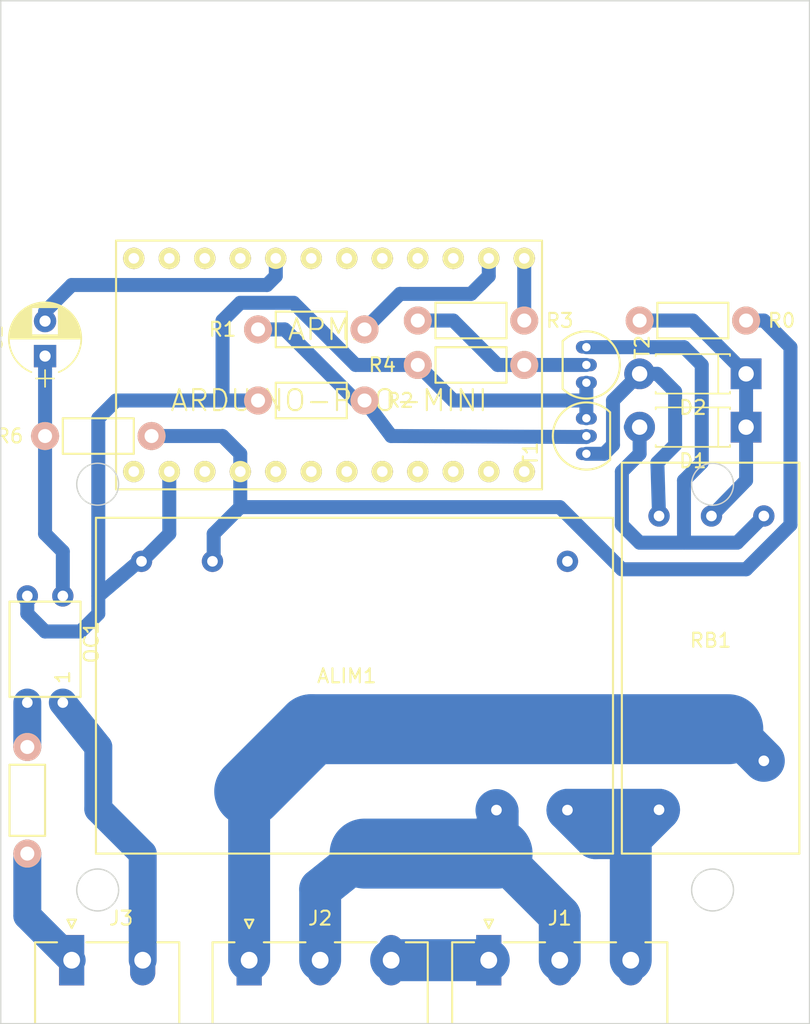
<source format=kicad_pcb>
(kicad_pcb (version 4) (host pcbnew 4.0.6)

  (general
    (links 34)
    (no_connects 0)
    (area 78.689999 107.264999 136.670001 180.485001)
    (thickness 1.6)
    (drawings 8)
    (tracks 119)
    (zones 0)
    (modules 19)
    (nets 39)
  )

  (page A4 portrait)
  (layers
    (0 F.Cu signal hide)
    (31 B.Cu signal)
    (32 B.Adhes user hide)
    (33 F.Adhes user hide)
    (34 B.Paste user hide)
    (35 F.Paste user hide)
    (36 B.SilkS user hide)
    (37 F.SilkS user)
    (38 B.Mask user hide)
    (39 F.Mask user hide)
    (40 Dwgs.User user hide)
    (41 Cmts.User user hide)
    (42 Eco1.User user hide)
    (43 Eco2.User user hide)
    (44 Edge.Cuts user)
    (45 Margin user hide)
    (46 B.CrtYd user hide)
    (47 F.CrtYd user hide)
    (48 B.Fab user hide)
    (49 F.Fab user hide)
  )

  (setup
    (last_trace_width 0.25)
    (user_trace_width 0.5)
    (user_trace_width 1)
    (user_trace_width 2)
    (user_trace_width 3)
    (user_trace_width 5)
    (trace_clearance 0.2)
    (zone_clearance 0.508)
    (zone_45_only no)
    (trace_min 0.2)
    (segment_width 0.2)
    (edge_width 0.1)
    (via_size 0.6)
    (via_drill 0.4)
    (via_min_size 0.4)
    (via_min_drill 0.3)
    (uvia_size 0.3)
    (uvia_drill 0.1)
    (uvias_allowed no)
    (uvia_min_size 0.2)
    (uvia_min_drill 0.1)
    (pcb_text_width 0.3)
    (pcb_text_size 1.5 1.5)
    (mod_edge_width 0.15)
    (mod_text_size 1 1)
    (mod_text_width 0.15)
    (pad_size 1.5 1.5)
    (pad_drill 0.6)
    (pad_to_mask_clearance 0)
    (aux_axis_origin 0 0)
    (visible_elements FFFFFF7F)
    (pcbplotparams
      (layerselection 0x00030_80000001)
      (usegerberextensions false)
      (excludeedgelayer true)
      (linewidth 0.100000)
      (plotframeref false)
      (viasonmask false)
      (mode 1)
      (useauxorigin false)
      (hpglpennumber 1)
      (hpglpenspeed 20)
      (hpglpendiameter 15)
      (hpglpenoverlay 2)
      (psnegative false)
      (psa4output false)
      (plotreference true)
      (plotvalue true)
      (plotinvisibletext false)
      (padsonsilk false)
      (subtractmaskfromsilk false)
      (outputformat 1)
      (mirror false)
      (drillshape 1)
      (scaleselection 1)
      (outputdirectory ""))
  )

  (net 0 "")
  (net 1 "Net-(ALIM1-Pad3)")
  (net 2 AC)
  (net 3 +3V3)
  (net 4 GND)
  (net 5 "Net-(ALIM1-Pad13)")
  (net 6 "Net-(APM1-Pad24)")
  (net 7 "Net-(APM1-Pad22)")
  (net 8 "Net-(APM1-Pad20)")
  (net 9 "Net-(APM1-Pad19)")
  (net 10 "Net-(APM1-Pad18)")
  (net 11 "Net-(APM1-Pad17)")
  (net 12 "Net-(APM1-Pad16)")
  (net 13 "Net-(APM1-Pad15)")
  (net 14 "Net-(APM1-Pad14)")
  (net 15 "Net-(APM1-Pad13)")
  (net 16 "Net-(APM1-Pad1)")
  (net 17 "Net-(APM1-Pad2)")
  (net 18 "Net-(APM1-Pad3)")
  (net 19 "Net-(APM1-Pad4)")
  (net 20 "Net-(APM1-Pad5)")
  (net 21 "Net-(APM1-Pad6)")
  (net 22 "Net-(APM1-Pad7)")
  (net 23 "Net-(APM1-Pad8)")
  (net 24 "Net-(APM1-Pad9)")
  (net 25 "Net-(APM1-Pad10)")
  (net 26 "Net-(APM1-Pad11)")
  (net 27 "Net-(APM1-Pad12)")
  (net 28 "Net-(C1-Pad1)")
  (net 29 "Net-(D1-Pad2)")
  (net 30 "Net-(D2-Pad2)")
  (net 31 Earth)
  (net 32 "Net-(J3-Pad1)")
  (net 33 "Net-(J3-Pad2)")
  (net 34 "Net-(R1-Pad1)")
  (net 35 "Net-(R3-Pad2)")
  (net 36 "Net-(D1-Pad1)")
  (net 37 "Net-(J2-Pad1)")
  (net 38 "Net-(OC1-Pad2)")

  (net_class Default "Ceci est la Netclass par défaut"
    (clearance 0.2)
    (trace_width 0.25)
    (via_dia 0.6)
    (via_drill 0.4)
    (uvia_dia 0.3)
    (uvia_drill 0.1)
    (add_net +3V3)
    (add_net AC)
    (add_net Earth)
    (add_net GND)
    (add_net "Net-(ALIM1-Pad13)")
    (add_net "Net-(ALIM1-Pad3)")
    (add_net "Net-(APM1-Pad1)")
    (add_net "Net-(APM1-Pad10)")
    (add_net "Net-(APM1-Pad11)")
    (add_net "Net-(APM1-Pad12)")
    (add_net "Net-(APM1-Pad13)")
    (add_net "Net-(APM1-Pad14)")
    (add_net "Net-(APM1-Pad15)")
    (add_net "Net-(APM1-Pad16)")
    (add_net "Net-(APM1-Pad17)")
    (add_net "Net-(APM1-Pad18)")
    (add_net "Net-(APM1-Pad19)")
    (add_net "Net-(APM1-Pad2)")
    (add_net "Net-(APM1-Pad20)")
    (add_net "Net-(APM1-Pad22)")
    (add_net "Net-(APM1-Pad24)")
    (add_net "Net-(APM1-Pad3)")
    (add_net "Net-(APM1-Pad4)")
    (add_net "Net-(APM1-Pad5)")
    (add_net "Net-(APM1-Pad6)")
    (add_net "Net-(APM1-Pad7)")
    (add_net "Net-(APM1-Pad8)")
    (add_net "Net-(APM1-Pad9)")
    (add_net "Net-(C1-Pad1)")
    (add_net "Net-(D1-Pad1)")
    (add_net "Net-(D1-Pad2)")
    (add_net "Net-(D2-Pad2)")
    (add_net "Net-(J2-Pad1)")
    (add_net "Net-(J3-Pad1)")
    (add_net "Net-(J3-Pad2)")
    (add_net "Net-(OC1-Pad2)")
    (add_net "Net-(R1-Pad1)")
    (add_net "Net-(R3-Pad2)")
  )

  (net_class POWER ""
    (clearance 0.2)
    (trace_width 2)
    (via_dia 0.6)
    (via_drill 0.4)
    (uvia_dia 0.3)
    (uvia_drill 0.1)
  )

  (module TO_SOT_Packages_THT:TO-92_Inline_Narrow_Oval (layer F.Cu) (tedit 54F24281) (tstamp 58F611ED)
    (at 120.65 139.7 90)
    (descr "TO-92 leads in-line, narrow, oval pads, drill 0.6mm (see NXP sot054_po.pdf)")
    (tags "to-92 sc-43 sc-43a sot54 PA33 transistor")
    (path /58F2127C)
    (fp_text reference T1 (at 0 -4 90) (layer F.SilkS)
      (effects (font (size 1 1) (thickness 0.15)))
    )
    (fp_text value BC337 (at 0 3 90) (layer F.Fab)
      (effects (font (size 1 1) (thickness 0.15)))
    )
    (fp_line (start -1.4 1.95) (end -1.4 -2.65) (layer F.CrtYd) (width 0.05))
    (fp_line (start -1.4 1.95) (end 3.95 1.95) (layer F.CrtYd) (width 0.05))
    (fp_line (start -0.43 1.7) (end 2.97 1.7) (layer F.SilkS) (width 0.15))
    (fp_arc (start 1.27 0) (end 1.27 -2.4) (angle -135) (layer F.SilkS) (width 0.15))
    (fp_arc (start 1.27 0) (end 1.27 -2.4) (angle 135) (layer F.SilkS) (width 0.15))
    (fp_line (start -1.4 -2.65) (end 3.95 -2.65) (layer F.CrtYd) (width 0.05))
    (fp_line (start 3.95 1.95) (end 3.95 -2.65) (layer F.CrtYd) (width 0.05))
    (pad 2 thru_hole oval (at 1.27 0 270) (size 0.89916 1.50114) (drill 0.6) (layers *.Cu *.Mask)
      (net 34 "Net-(R1-Pad1)"))
    (pad 3 thru_hole oval (at 2.54 0 270) (size 0.89916 1.50114) (drill 0.6) (layers *.Cu *.Mask)
      (net 4 GND))
    (pad 1 thru_hole oval (at 0 0 270) (size 0.89916 1.50114) (drill 0.6) (layers *.Cu *.Mask)
      (net 30 "Net-(D2-Pad2)"))
    (model TO_SOT_Packages_THT.3dshapes/TO-92_Inline_Narrow_Oval.wrl
      (at (xyz 0.05 0 0))
      (scale (xyz 1 1 1))
      (rotate (xyz 0 0 -90))
    )
  )

  (module empreintes:AC-DC_power_supply_IRM-03 (layer F.Cu) (tedit 58F5DC63) (tstamp 58F6105D)
    (at 122.555 168.275 180)
    (path /58F5DF1E)
    (fp_text reference ALIM1 (at 19.05 12.7 180) (layer F.SilkS)
      (effects (font (size 1 1) (thickness 0.15)))
    )
    (fp_text value ALIM-IRM-03-3.3 (at 17.78 8.89 180) (layer F.Fab)
      (effects (font (size 1 1) (thickness 0.15)))
    )
    (fp_line (start 0 0) (end 37 0) (layer F.SilkS) (width 0.15))
    (fp_line (start 37 0) (end 37 24) (layer F.SilkS) (width 0.15))
    (fp_line (start 37 24) (end 0 24) (layer F.SilkS) (width 0.15))
    (fp_line (start 0 24) (end 0 0) (layer F.SilkS) (width 0.15))
    (pad 3 thru_hole circle (at 8.34 3.11 180) (size 1.524 1.524) (drill 0.762) (layers *.Cu *.Mask)
      (net 1 "Net-(ALIM1-Pad3)"))
    (pad 1 thru_hole circle (at 3.26 3.11 180) (size 1.524 1.524) (drill 0.762) (layers *.Cu *.Mask)
      (net 2 AC))
    (pad 16 thru_hole circle (at 28.66 20.89 180) (size 1.524 1.524) (drill 0.762) (layers *.Cu *.Mask)
      (net 3 +3V3))
    (pad 14 thru_hole circle (at 33.74 20.89 180) (size 1.524 1.524) (drill 0.762) (layers *.Cu *.Mask)
      (net 4 GND))
    (pad 13 thru_hole circle (at 3.26 20.89 180) (size 1.524 1.524) (drill 0.762) (layers *.Cu *.Mask)
      (net 5 "Net-(ALIM1-Pad13)"))
  )

  (module empreintes:Relai_Bistable_Panasonic_ADW1203W (layer F.Cu) (tedit 58F610BB) (tstamp 58F611DF)
    (at 133.35 144.145)
    (path /58F25BD3)
    (fp_text reference RB1 (at -3.81 8.89) (layer F.SilkS)
      (effects (font (size 1 1) (thickness 0.15)))
    )
    (fp_text value RELAI-BISTABLE (at -3.81 11.43) (layer F.Fab)
      (effects (font (size 1 1) (thickness 0.15)))
    )
    (fp_line (start -10.16 -3.81) (end -10.16 24.13) (layer F.SilkS) (width 0.15))
    (fp_line (start -10.16 24.13) (end 2.54 24.13) (layer F.SilkS) (width 0.15))
    (fp_line (start 2.54 24.13) (end 2.54 -3.81) (layer F.SilkS) (width 0.15))
    (fp_line (start 2.54 -3.81) (end -10.16 -3.81) (layer F.SilkS) (width 0.15))
    (pad 3 thru_hole circle (at -7.5 21) (size 1.524 1.524) (drill 0.762) (layers *.Cu *.Mask)
      (net 2 AC))
    (pad 5 thru_hole circle (at 0 17.5) (size 1.524 1.524) (drill 0.762) (layers *.Cu *.Mask)
      (net 37 "Net-(J2-Pad1)"))
    (pad -1 thru_hole circle (at -7.5 0) (size 1.524 1.524) (drill 0.762) (layers *.Cu *.Mask)
      (net 30 "Net-(D2-Pad2)"))
    (pad +7 thru_hole circle (at -3.75 0) (size 1.524 1.524) (drill 0.762) (layers *.Cu *.Mask)
      (net 36 "Net-(D1-Pad1)"))
    (pad -6 thru_hole circle (at 0 0) (size 1.524 1.524) (drill 0.762) (layers *.Cu *.Mask)
      (net 29 "Net-(D1-Pad2)"))
  )

  (module Connectors_Phoenix:PhoenixContact_MC-G_03x5.08mm_Angled (layer F.Cu) (tedit 5797DB14) (tstamp 58F61147)
    (at 113.665 175.895)
    (descr "Generic Phoenix Contact connector footprint for series: MC-G; number of pins: 03; pin pitch: 5.08mm; Angled || order number: 1836192 8A 320V")
    (tags "phoenix_contact connector MC_01x03_G_5.08mm")
    (path /58F27633)
    (fp_text reference J1 (at 5.08 -3) (layer F.SilkS)
      (effects (font (size 1 1) (thickness 0.15)))
    )
    (fp_text value ~ (at 5.08 9.5) (layer F.Fab)
      (effects (font (size 1 1) (thickness 0.15)))
    )
    (fp_line (start -2.62 -1.28) (end -2.62 8.08) (layer F.SilkS) (width 0.15))
    (fp_line (start -2.62 8.08) (end 12.78 8.08) (layer F.SilkS) (width 0.15))
    (fp_line (start 12.78 8.08) (end 12.78 -1.28) (layer F.SilkS) (width 0.15))
    (fp_line (start -2.62 -1.28) (end -1.05 -1.28) (layer F.SilkS) (width 0.15))
    (fp_line (start 12.78 -1.28) (end 11.21 -1.28) (layer F.SilkS) (width 0.15))
    (fp_line (start 1.05 -1.28) (end 4.03 -1.28) (layer F.SilkS) (width 0.15))
    (fp_line (start 6.13 -1.28) (end 9.11 -1.28) (layer F.SilkS) (width 0.15))
    (fp_line (start -2.62 4.8) (end 12.78 4.8) (layer F.SilkS) (width 0.15))
    (fp_line (start -3.1 -2.3) (end -3.1 8.5) (layer F.CrtYd) (width 0.05))
    (fp_line (start -3.1 8.5) (end 13.2 8.5) (layer F.CrtYd) (width 0.05))
    (fp_line (start 13.2 8.5) (end 13.2 -2.3) (layer F.CrtYd) (width 0.05))
    (fp_line (start 13.2 -2.3) (end -3.1 -2.3) (layer F.CrtYd) (width 0.05))
    (fp_line (start 0 -2.3) (end 0.3 -2.9) (layer F.SilkS) (width 0.15))
    (fp_line (start 0.3 -2.9) (end -0.3 -2.9) (layer F.SilkS) (width 0.15))
    (fp_line (start -0.3 -2.9) (end 0 -2.3) (layer F.SilkS) (width 0.15))
    (pad 1 thru_hole rect (at 0 0) (size 1.8 3.6) (drill 1.2) (layers *.Cu *.Mask)
      (net 31 Earth))
    (pad 2 thru_hole oval (at 5.08 0) (size 1.8 3.6) (drill 1.2) (layers *.Cu *.Mask)
      (net 1 "Net-(ALIM1-Pad3)"))
    (pad 3 thru_hole oval (at 10.16 0) (size 1.8 3.6) (drill 1.2) (layers *.Cu *.Mask)
      (net 2 AC))
    (model Connectors_Phoenix.3dshapes/PhoenixContact_MC-G_03x5.08mm_Angled.wrl
      (at (xyz 0 0 0))
      (scale (xyz 1 1 1))
      (rotate (xyz 0 0 0))
    )
  )

  (module empreintes:Arduino_Pro_Mini (layer F.Cu) (tedit 58F5D933) (tstamp 58F6107D)
    (at 116.205 133.35 90)
    (path /58F25AB8)
    (fp_text reference APM1 (at 2.54 -13.97 180) (layer F.SilkS)
      (effects (font (size 1.5 1.5) (thickness 0.15)))
    )
    (fp_text value ARDUINO-PRO-MINI (at -2.54 -13.97 180) (layer F.SilkS)
      (effects (font (size 1.5 1.5) (thickness 0.15)))
    )
    (fp_line (start -8.89 -29.21) (end 8.89 -29.21) (layer F.SilkS) (width 0.15))
    (fp_line (start 8.89 -29.21) (end 8.89 1.27) (layer F.SilkS) (width 0.15))
    (fp_line (start 8.89 1.27) (end -8.89 1.27) (layer F.SilkS) (width 0.15))
    (fp_line (start -8.89 1.27) (end -8.89 -29.21) (layer F.SilkS) (width 0.15))
    (pad 24 thru_hole circle (at -7.62 -27.94 90) (size 1.524 1.524) (drill 0.762) (layers *.Cu *.Mask F.SilkS)
      (net 6 "Net-(APM1-Pad24)"))
    (pad 23 thru_hole circle (at -7.62 -25.4 90) (size 1.524 1.524) (drill 0.762) (layers *.Cu *.Mask F.SilkS)
      (net 4 GND))
    (pad 22 thru_hole circle (at -7.62 -22.86 90) (size 1.524 1.524) (drill 0.762) (layers *.Cu *.Mask F.SilkS)
      (net 7 "Net-(APM1-Pad22)"))
    (pad 21 thru_hole circle (at -7.62 -20.32 90) (size 1.524 1.524) (drill 0.762) (layers *.Cu *.Mask F.SilkS)
      (net 3 +3V3))
    (pad 20 thru_hole circle (at -7.62 -17.78 90) (size 1.524 1.524) (drill 0.762) (layers *.Cu *.Mask F.SilkS)
      (net 8 "Net-(APM1-Pad20)"))
    (pad 19 thru_hole circle (at -7.62 -15.24 90) (size 1.524 1.524) (drill 0.762) (layers *.Cu *.Mask F.SilkS)
      (net 9 "Net-(APM1-Pad19)"))
    (pad 18 thru_hole circle (at -7.62 -12.7 90) (size 1.524 1.524) (drill 0.762) (layers *.Cu *.Mask F.SilkS)
      (net 10 "Net-(APM1-Pad18)"))
    (pad 17 thru_hole circle (at -7.62 -10.16 90) (size 1.524 1.524) (drill 0.762) (layers *.Cu *.Mask F.SilkS)
      (net 11 "Net-(APM1-Pad17)"))
    (pad 16 thru_hole circle (at -7.62 -7.62 90) (size 1.524 1.524) (drill 0.762) (layers *.Cu *.Mask F.SilkS)
      (net 12 "Net-(APM1-Pad16)"))
    (pad 15 thru_hole circle (at -7.62 -5.08 90) (size 1.524 1.524) (drill 0.762) (layers *.Cu *.Mask F.SilkS)
      (net 13 "Net-(APM1-Pad15)"))
    (pad 14 thru_hole circle (at -7.62 -2.54 90) (size 1.524 1.524) (drill 0.762) (layers *.Cu *.Mask F.SilkS)
      (net 14 "Net-(APM1-Pad14)"))
    (pad 13 thru_hole circle (at -7.62 0 90) (size 1.524 1.524) (drill 0.762) (layers *.Cu *.Mask F.SilkS)
      (net 15 "Net-(APM1-Pad13)"))
    (pad 1 thru_hole circle (at 7.62 -27.94 90) (size 1.524 1.524) (drill 0.762) (layers *.Cu *.Mask F.SilkS)
      (net 16 "Net-(APM1-Pad1)"))
    (pad 2 thru_hole circle (at 7.62 -25.4 90) (size 1.524 1.524) (drill 0.762) (layers *.Cu *.Mask F.SilkS)
      (net 17 "Net-(APM1-Pad2)"))
    (pad 3 thru_hole circle (at 7.62 -22.86 90) (size 1.524 1.524) (drill 0.762) (layers *.Cu *.Mask F.SilkS)
      (net 18 "Net-(APM1-Pad3)"))
    (pad 4 thru_hole circle (at 7.62 -20.32 90) (size 1.524 1.524) (drill 0.762) (layers *.Cu *.Mask F.SilkS)
      (net 19 "Net-(APM1-Pad4)"))
    (pad 5 thru_hole circle (at 7.62 -17.78 90) (size 1.524 1.524) (drill 0.762) (layers *.Cu *.Mask F.SilkS)
      (net 20 "Net-(APM1-Pad5)"))
    (pad 6 thru_hole circle (at 7.62 -15.24 90) (size 1.524 1.524) (drill 0.762) (layers *.Cu *.Mask F.SilkS)
      (net 21 "Net-(APM1-Pad6)"))
    (pad 7 thru_hole circle (at 7.62 -12.7 90) (size 1.524 1.524) (drill 0.762) (layers *.Cu *.Mask F.SilkS)
      (net 22 "Net-(APM1-Pad7)"))
    (pad 8 thru_hole circle (at 7.62 -10.16 90) (size 1.524 1.524) (drill 0.762) (layers *.Cu *.Mask F.SilkS)
      (net 23 "Net-(APM1-Pad8)"))
    (pad 9 thru_hole circle (at 7.62 -7.62 90) (size 1.524 1.524) (drill 0.762) (layers *.Cu *.Mask F.SilkS)
      (net 24 "Net-(APM1-Pad9)"))
    (pad 10 thru_hole circle (at 7.62 -5.08 90) (size 1.524 1.524) (drill 0.762) (layers *.Cu *.Mask F.SilkS)
      (net 25 "Net-(APM1-Pad10)"))
    (pad 11 thru_hole circle (at 7.62 -2.54 90) (size 1.524 1.524) (drill 0.762) (layers *.Cu *.Mask F.SilkS)
      (net 26 "Net-(APM1-Pad11)"))
    (pad 12 thru_hole circle (at 7.62 0 90) (size 1.524 1.524) (drill 0.762) (layers *.Cu *.Mask F.SilkS)
      (net 27 "Net-(APM1-Pad12)"))
  )

  (module Capacitors_THT:CP_Radial_D5.0mm_P2.50mm (layer F.Cu) (tedit 58765D06) (tstamp 58F61101)
    (at 81.915 132.715 90)
    (descr "CP, Radial series, Radial, pin pitch=2.50mm, , diameter=5mm, Electrolytic Capacitor")
    (tags "CP Radial series Radial pin pitch 2.50mm  diameter 5mm Electrolytic Capacitor")
    (path /58F29AAC)
    (fp_text reference C1 (at 1.25 -3.56 90) (layer F.SilkS)
      (effects (font (size 1 1) (thickness 0.15)))
    )
    (fp_text value 0.1µF (at 1.25 3.56 90) (layer F.Fab)
      (effects (font (size 1 1) (thickness 0.15)))
    )
    (fp_arc (start 1.25 0) (end -1.147436 -0.98) (angle 135.5) (layer F.SilkS) (width 0.12))
    (fp_arc (start 1.25 0) (end -1.147436 0.98) (angle -135.5) (layer F.SilkS) (width 0.12))
    (fp_arc (start 1.25 0) (end 3.647436 -0.98) (angle 44.5) (layer F.SilkS) (width 0.12))
    (fp_circle (center 1.25 0) (end 3.75 0) (layer F.Fab) (width 0.1))
    (fp_line (start -2.2 0) (end -1 0) (layer F.Fab) (width 0.1))
    (fp_line (start -1.6 -0.65) (end -1.6 0.65) (layer F.Fab) (width 0.1))
    (fp_line (start 1.25 -2.55) (end 1.25 2.55) (layer F.SilkS) (width 0.12))
    (fp_line (start 1.29 -2.55) (end 1.29 2.55) (layer F.SilkS) (width 0.12))
    (fp_line (start 1.33 -2.549) (end 1.33 2.549) (layer F.SilkS) (width 0.12))
    (fp_line (start 1.37 -2.548) (end 1.37 2.548) (layer F.SilkS) (width 0.12))
    (fp_line (start 1.41 -2.546) (end 1.41 2.546) (layer F.SilkS) (width 0.12))
    (fp_line (start 1.45 -2.543) (end 1.45 2.543) (layer F.SilkS) (width 0.12))
    (fp_line (start 1.49 -2.539) (end 1.49 2.539) (layer F.SilkS) (width 0.12))
    (fp_line (start 1.53 -2.535) (end 1.53 -0.98) (layer F.SilkS) (width 0.12))
    (fp_line (start 1.53 0.98) (end 1.53 2.535) (layer F.SilkS) (width 0.12))
    (fp_line (start 1.57 -2.531) (end 1.57 -0.98) (layer F.SilkS) (width 0.12))
    (fp_line (start 1.57 0.98) (end 1.57 2.531) (layer F.SilkS) (width 0.12))
    (fp_line (start 1.61 -2.525) (end 1.61 -0.98) (layer F.SilkS) (width 0.12))
    (fp_line (start 1.61 0.98) (end 1.61 2.525) (layer F.SilkS) (width 0.12))
    (fp_line (start 1.65 -2.519) (end 1.65 -0.98) (layer F.SilkS) (width 0.12))
    (fp_line (start 1.65 0.98) (end 1.65 2.519) (layer F.SilkS) (width 0.12))
    (fp_line (start 1.69 -2.513) (end 1.69 -0.98) (layer F.SilkS) (width 0.12))
    (fp_line (start 1.69 0.98) (end 1.69 2.513) (layer F.SilkS) (width 0.12))
    (fp_line (start 1.73 -2.506) (end 1.73 -0.98) (layer F.SilkS) (width 0.12))
    (fp_line (start 1.73 0.98) (end 1.73 2.506) (layer F.SilkS) (width 0.12))
    (fp_line (start 1.77 -2.498) (end 1.77 -0.98) (layer F.SilkS) (width 0.12))
    (fp_line (start 1.77 0.98) (end 1.77 2.498) (layer F.SilkS) (width 0.12))
    (fp_line (start 1.81 -2.489) (end 1.81 -0.98) (layer F.SilkS) (width 0.12))
    (fp_line (start 1.81 0.98) (end 1.81 2.489) (layer F.SilkS) (width 0.12))
    (fp_line (start 1.85 -2.48) (end 1.85 -0.98) (layer F.SilkS) (width 0.12))
    (fp_line (start 1.85 0.98) (end 1.85 2.48) (layer F.SilkS) (width 0.12))
    (fp_line (start 1.89 -2.47) (end 1.89 -0.98) (layer F.SilkS) (width 0.12))
    (fp_line (start 1.89 0.98) (end 1.89 2.47) (layer F.SilkS) (width 0.12))
    (fp_line (start 1.93 -2.46) (end 1.93 -0.98) (layer F.SilkS) (width 0.12))
    (fp_line (start 1.93 0.98) (end 1.93 2.46) (layer F.SilkS) (width 0.12))
    (fp_line (start 1.971 -2.448) (end 1.971 -0.98) (layer F.SilkS) (width 0.12))
    (fp_line (start 1.971 0.98) (end 1.971 2.448) (layer F.SilkS) (width 0.12))
    (fp_line (start 2.011 -2.436) (end 2.011 -0.98) (layer F.SilkS) (width 0.12))
    (fp_line (start 2.011 0.98) (end 2.011 2.436) (layer F.SilkS) (width 0.12))
    (fp_line (start 2.051 -2.424) (end 2.051 -0.98) (layer F.SilkS) (width 0.12))
    (fp_line (start 2.051 0.98) (end 2.051 2.424) (layer F.SilkS) (width 0.12))
    (fp_line (start 2.091 -2.41) (end 2.091 -0.98) (layer F.SilkS) (width 0.12))
    (fp_line (start 2.091 0.98) (end 2.091 2.41) (layer F.SilkS) (width 0.12))
    (fp_line (start 2.131 -2.396) (end 2.131 -0.98) (layer F.SilkS) (width 0.12))
    (fp_line (start 2.131 0.98) (end 2.131 2.396) (layer F.SilkS) (width 0.12))
    (fp_line (start 2.171 -2.382) (end 2.171 -0.98) (layer F.SilkS) (width 0.12))
    (fp_line (start 2.171 0.98) (end 2.171 2.382) (layer F.SilkS) (width 0.12))
    (fp_line (start 2.211 -2.366) (end 2.211 -0.98) (layer F.SilkS) (width 0.12))
    (fp_line (start 2.211 0.98) (end 2.211 2.366) (layer F.SilkS) (width 0.12))
    (fp_line (start 2.251 -2.35) (end 2.251 -0.98) (layer F.SilkS) (width 0.12))
    (fp_line (start 2.251 0.98) (end 2.251 2.35) (layer F.SilkS) (width 0.12))
    (fp_line (start 2.291 -2.333) (end 2.291 -0.98) (layer F.SilkS) (width 0.12))
    (fp_line (start 2.291 0.98) (end 2.291 2.333) (layer F.SilkS) (width 0.12))
    (fp_line (start 2.331 -2.315) (end 2.331 -0.98) (layer F.SilkS) (width 0.12))
    (fp_line (start 2.331 0.98) (end 2.331 2.315) (layer F.SilkS) (width 0.12))
    (fp_line (start 2.371 -2.296) (end 2.371 -0.98) (layer F.SilkS) (width 0.12))
    (fp_line (start 2.371 0.98) (end 2.371 2.296) (layer F.SilkS) (width 0.12))
    (fp_line (start 2.411 -2.276) (end 2.411 -0.98) (layer F.SilkS) (width 0.12))
    (fp_line (start 2.411 0.98) (end 2.411 2.276) (layer F.SilkS) (width 0.12))
    (fp_line (start 2.451 -2.256) (end 2.451 -0.98) (layer F.SilkS) (width 0.12))
    (fp_line (start 2.451 0.98) (end 2.451 2.256) (layer F.SilkS) (width 0.12))
    (fp_line (start 2.491 -2.234) (end 2.491 -0.98) (layer F.SilkS) (width 0.12))
    (fp_line (start 2.491 0.98) (end 2.491 2.234) (layer F.SilkS) (width 0.12))
    (fp_line (start 2.531 -2.212) (end 2.531 -0.98) (layer F.SilkS) (width 0.12))
    (fp_line (start 2.531 0.98) (end 2.531 2.212) (layer F.SilkS) (width 0.12))
    (fp_line (start 2.571 -2.189) (end 2.571 -0.98) (layer F.SilkS) (width 0.12))
    (fp_line (start 2.571 0.98) (end 2.571 2.189) (layer F.SilkS) (width 0.12))
    (fp_line (start 2.611 -2.165) (end 2.611 -0.98) (layer F.SilkS) (width 0.12))
    (fp_line (start 2.611 0.98) (end 2.611 2.165) (layer F.SilkS) (width 0.12))
    (fp_line (start 2.651 -2.14) (end 2.651 -0.98) (layer F.SilkS) (width 0.12))
    (fp_line (start 2.651 0.98) (end 2.651 2.14) (layer F.SilkS) (width 0.12))
    (fp_line (start 2.691 -2.113) (end 2.691 -0.98) (layer F.SilkS) (width 0.12))
    (fp_line (start 2.691 0.98) (end 2.691 2.113) (layer F.SilkS) (width 0.12))
    (fp_line (start 2.731 -2.086) (end 2.731 -0.98) (layer F.SilkS) (width 0.12))
    (fp_line (start 2.731 0.98) (end 2.731 2.086) (layer F.SilkS) (width 0.12))
    (fp_line (start 2.771 -2.058) (end 2.771 -0.98) (layer F.SilkS) (width 0.12))
    (fp_line (start 2.771 0.98) (end 2.771 2.058) (layer F.SilkS) (width 0.12))
    (fp_line (start 2.811 -2.028) (end 2.811 -0.98) (layer F.SilkS) (width 0.12))
    (fp_line (start 2.811 0.98) (end 2.811 2.028) (layer F.SilkS) (width 0.12))
    (fp_line (start 2.851 -1.997) (end 2.851 -0.98) (layer F.SilkS) (width 0.12))
    (fp_line (start 2.851 0.98) (end 2.851 1.997) (layer F.SilkS) (width 0.12))
    (fp_line (start 2.891 -1.965) (end 2.891 -0.98) (layer F.SilkS) (width 0.12))
    (fp_line (start 2.891 0.98) (end 2.891 1.965) (layer F.SilkS) (width 0.12))
    (fp_line (start 2.931 -1.932) (end 2.931 -0.98) (layer F.SilkS) (width 0.12))
    (fp_line (start 2.931 0.98) (end 2.931 1.932) (layer F.SilkS) (width 0.12))
    (fp_line (start 2.971 -1.897) (end 2.971 -0.98) (layer F.SilkS) (width 0.12))
    (fp_line (start 2.971 0.98) (end 2.971 1.897) (layer F.SilkS) (width 0.12))
    (fp_line (start 3.011 -1.861) (end 3.011 -0.98) (layer F.SilkS) (width 0.12))
    (fp_line (start 3.011 0.98) (end 3.011 1.861) (layer F.SilkS) (width 0.12))
    (fp_line (start 3.051 -1.823) (end 3.051 -0.98) (layer F.SilkS) (width 0.12))
    (fp_line (start 3.051 0.98) (end 3.051 1.823) (layer F.SilkS) (width 0.12))
    (fp_line (start 3.091 -1.783) (end 3.091 -0.98) (layer F.SilkS) (width 0.12))
    (fp_line (start 3.091 0.98) (end 3.091 1.783) (layer F.SilkS) (width 0.12))
    (fp_line (start 3.131 -1.742) (end 3.131 -0.98) (layer F.SilkS) (width 0.12))
    (fp_line (start 3.131 0.98) (end 3.131 1.742) (layer F.SilkS) (width 0.12))
    (fp_line (start 3.171 -1.699) (end 3.171 -0.98) (layer F.SilkS) (width 0.12))
    (fp_line (start 3.171 0.98) (end 3.171 1.699) (layer F.SilkS) (width 0.12))
    (fp_line (start 3.211 -1.654) (end 3.211 -0.98) (layer F.SilkS) (width 0.12))
    (fp_line (start 3.211 0.98) (end 3.211 1.654) (layer F.SilkS) (width 0.12))
    (fp_line (start 3.251 -1.606) (end 3.251 -0.98) (layer F.SilkS) (width 0.12))
    (fp_line (start 3.251 0.98) (end 3.251 1.606) (layer F.SilkS) (width 0.12))
    (fp_line (start 3.291 -1.556) (end 3.291 -0.98) (layer F.SilkS) (width 0.12))
    (fp_line (start 3.291 0.98) (end 3.291 1.556) (layer F.SilkS) (width 0.12))
    (fp_line (start 3.331 -1.504) (end 3.331 -0.98) (layer F.SilkS) (width 0.12))
    (fp_line (start 3.331 0.98) (end 3.331 1.504) (layer F.SilkS) (width 0.12))
    (fp_line (start 3.371 -1.448) (end 3.371 -0.98) (layer F.SilkS) (width 0.12))
    (fp_line (start 3.371 0.98) (end 3.371 1.448) (layer F.SilkS) (width 0.12))
    (fp_line (start 3.411 -1.39) (end 3.411 -0.98) (layer F.SilkS) (width 0.12))
    (fp_line (start 3.411 0.98) (end 3.411 1.39) (layer F.SilkS) (width 0.12))
    (fp_line (start 3.451 -1.327) (end 3.451 -0.98) (layer F.SilkS) (width 0.12))
    (fp_line (start 3.451 0.98) (end 3.451 1.327) (layer F.SilkS) (width 0.12))
    (fp_line (start 3.491 -1.261) (end 3.491 1.261) (layer F.SilkS) (width 0.12))
    (fp_line (start 3.531 -1.189) (end 3.531 1.189) (layer F.SilkS) (width 0.12))
    (fp_line (start 3.571 -1.112) (end 3.571 1.112) (layer F.SilkS) (width 0.12))
    (fp_line (start 3.611 -1.028) (end 3.611 1.028) (layer F.SilkS) (width 0.12))
    (fp_line (start 3.651 -0.934) (end 3.651 0.934) (layer F.SilkS) (width 0.12))
    (fp_line (start 3.691 -0.829) (end 3.691 0.829) (layer F.SilkS) (width 0.12))
    (fp_line (start 3.731 -0.707) (end 3.731 0.707) (layer F.SilkS) (width 0.12))
    (fp_line (start 3.771 -0.559) (end 3.771 0.559) (layer F.SilkS) (width 0.12))
    (fp_line (start 3.811 -0.354) (end 3.811 0.354) (layer F.SilkS) (width 0.12))
    (fp_line (start -2.2 0) (end -1 0) (layer F.SilkS) (width 0.12))
    (fp_line (start -1.6 -0.65) (end -1.6 0.65) (layer F.SilkS) (width 0.12))
    (fp_line (start -1.6 -2.85) (end -1.6 2.85) (layer F.CrtYd) (width 0.05))
    (fp_line (start -1.6 2.85) (end 4.1 2.85) (layer F.CrtYd) (width 0.05))
    (fp_line (start 4.1 2.85) (end 4.1 -2.85) (layer F.CrtYd) (width 0.05))
    (fp_line (start 4.1 -2.85) (end -1.6 -2.85) (layer F.CrtYd) (width 0.05))
    (pad 1 thru_hole rect (at 0 0 90) (size 1.6 1.6) (drill 0.8) (layers *.Cu *.Mask)
      (net 28 "Net-(C1-Pad1)"))
    (pad 2 thru_hole circle (at 2.5 0 90) (size 1.6 1.6) (drill 0.8) (layers *.Cu *.Mask)
      (net 20 "Net-(APM1-Pad5)"))
    (model Capacitors_THT.3dshapes/CP_Radial_D5.0mm_P2.50mm.wrl
      (at (xyz 0 0 0))
      (scale (xyz 0.393701 0.393701 0.393701))
      (rotate (xyz 0 0 0))
    )
  )

  (module Diodes_THT:D_DO-41_SOD81_P7.62mm_Horizontal (layer F.Cu) (tedit 5877C982) (tstamp 58F61119)
    (at 132.08 137.795 180)
    (descr "D, DO-41_SOD81 series, Axial, Horizontal, pin pitch=7.62mm, , length*diameter=5.2*2.7mm^2, , http://www.diodes.com/_files/packages/DO-41%20(Plastic).pdf")
    (tags "D DO-41_SOD81 series Axial Horizontal pin pitch 7.62mm  length 5.2mm diameter 2.7mm")
    (path /58F26031)
    (fp_text reference D1 (at 3.81 -2.41 180) (layer F.SilkS)
      (effects (font (size 1 1) (thickness 0.15)))
    )
    (fp_text value ~ (at 3.81 2.41 180) (layer F.Fab)
      (effects (font (size 1 1) (thickness 0.15)))
    )
    (fp_line (start 1.21 -1.35) (end 1.21 1.35) (layer F.Fab) (width 0.1))
    (fp_line (start 1.21 1.35) (end 6.41 1.35) (layer F.Fab) (width 0.1))
    (fp_line (start 6.41 1.35) (end 6.41 -1.35) (layer F.Fab) (width 0.1))
    (fp_line (start 6.41 -1.35) (end 1.21 -1.35) (layer F.Fab) (width 0.1))
    (fp_line (start 0 0) (end 1.21 0) (layer F.Fab) (width 0.1))
    (fp_line (start 7.62 0) (end 6.41 0) (layer F.Fab) (width 0.1))
    (fp_line (start 1.99 -1.35) (end 1.99 1.35) (layer F.Fab) (width 0.1))
    (fp_line (start 1.15 -1.28) (end 1.15 -1.41) (layer F.SilkS) (width 0.12))
    (fp_line (start 1.15 -1.41) (end 6.47 -1.41) (layer F.SilkS) (width 0.12))
    (fp_line (start 6.47 -1.41) (end 6.47 -1.28) (layer F.SilkS) (width 0.12))
    (fp_line (start 1.15 1.28) (end 1.15 1.41) (layer F.SilkS) (width 0.12))
    (fp_line (start 1.15 1.41) (end 6.47 1.41) (layer F.SilkS) (width 0.12))
    (fp_line (start 6.47 1.41) (end 6.47 1.28) (layer F.SilkS) (width 0.12))
    (fp_line (start 1.99 -1.41) (end 1.99 1.41) (layer F.SilkS) (width 0.12))
    (fp_line (start -1.35 -1.7) (end -1.35 1.7) (layer F.CrtYd) (width 0.05))
    (fp_line (start -1.35 1.7) (end 9 1.7) (layer F.CrtYd) (width 0.05))
    (fp_line (start 9 1.7) (end 9 -1.7) (layer F.CrtYd) (width 0.05))
    (fp_line (start 9 -1.7) (end -1.35 -1.7) (layer F.CrtYd) (width 0.05))
    (pad 1 thru_hole rect (at 0 0 180) (size 2.2 2.2) (drill 1.1) (layers *.Cu *.Mask)
      (net 36 "Net-(D1-Pad1)"))
    (pad 2 thru_hole oval (at 7.62 0 180) (size 2.2 2.2) (drill 1.1) (layers *.Cu *.Mask)
      (net 29 "Net-(D1-Pad2)"))
    (model Diodes_THT.3dshapes/D_DO-41_SOD81_P7.62mm_Horizontal.wrl
      (at (xyz 0 0 0))
      (scale (xyz 0.393701 0.393701 0.393701))
      (rotate (xyz 0 0 0))
    )
  )

  (module Diodes_THT:D_DO-41_SOD81_P7.62mm_Horizontal (layer F.Cu) (tedit 5877C982) (tstamp 58F61131)
    (at 132.08 133.985 180)
    (descr "D, DO-41_SOD81 series, Axial, Horizontal, pin pitch=7.62mm, , length*diameter=5.2*2.7mm^2, , http://www.diodes.com/_files/packages/DO-41%20(Plastic).pdf")
    (tags "D DO-41_SOD81 series Axial Horizontal pin pitch 7.62mm  length 5.2mm diameter 2.7mm")
    (path /58F21469)
    (fp_text reference D2 (at 3.81 -2.41 180) (layer F.SilkS)
      (effects (font (size 1 1) (thickness 0.15)))
    )
    (fp_text value ~ (at 3.81 2.41 180) (layer F.Fab)
      (effects (font (size 1 1) (thickness 0.15)))
    )
    (fp_line (start 1.21 -1.35) (end 1.21 1.35) (layer F.Fab) (width 0.1))
    (fp_line (start 1.21 1.35) (end 6.41 1.35) (layer F.Fab) (width 0.1))
    (fp_line (start 6.41 1.35) (end 6.41 -1.35) (layer F.Fab) (width 0.1))
    (fp_line (start 6.41 -1.35) (end 1.21 -1.35) (layer F.Fab) (width 0.1))
    (fp_line (start 0 0) (end 1.21 0) (layer F.Fab) (width 0.1))
    (fp_line (start 7.62 0) (end 6.41 0) (layer F.Fab) (width 0.1))
    (fp_line (start 1.99 -1.35) (end 1.99 1.35) (layer F.Fab) (width 0.1))
    (fp_line (start 1.15 -1.28) (end 1.15 -1.41) (layer F.SilkS) (width 0.12))
    (fp_line (start 1.15 -1.41) (end 6.47 -1.41) (layer F.SilkS) (width 0.12))
    (fp_line (start 6.47 -1.41) (end 6.47 -1.28) (layer F.SilkS) (width 0.12))
    (fp_line (start 1.15 1.28) (end 1.15 1.41) (layer F.SilkS) (width 0.12))
    (fp_line (start 1.15 1.41) (end 6.47 1.41) (layer F.SilkS) (width 0.12))
    (fp_line (start 6.47 1.41) (end 6.47 1.28) (layer F.SilkS) (width 0.12))
    (fp_line (start 1.99 -1.41) (end 1.99 1.41) (layer F.SilkS) (width 0.12))
    (fp_line (start -1.35 -1.7) (end -1.35 1.7) (layer F.CrtYd) (width 0.05))
    (fp_line (start -1.35 1.7) (end 9 1.7) (layer F.CrtYd) (width 0.05))
    (fp_line (start 9 1.7) (end 9 -1.7) (layer F.CrtYd) (width 0.05))
    (fp_line (start 9 -1.7) (end -1.35 -1.7) (layer F.CrtYd) (width 0.05))
    (pad 1 thru_hole rect (at 0 0 180) (size 2.2 2.2) (drill 1.1) (layers *.Cu *.Mask)
      (net 36 "Net-(D1-Pad1)"))
    (pad 2 thru_hole oval (at 7.62 0 180) (size 2.2 2.2) (drill 1.1) (layers *.Cu *.Mask)
      (net 30 "Net-(D2-Pad2)"))
    (model Diodes_THT.3dshapes/D_DO-41_SOD81_P7.62mm_Horizontal.wrl
      (at (xyz 0 0 0))
      (scale (xyz 0.393701 0.393701 0.393701))
      (rotate (xyz 0 0 0))
    )
  )

  (module Connectors_Phoenix:PhoenixContact_MC-G_03x5.08mm_Angled (layer F.Cu) (tedit 5797DB14) (tstamp 58F6115D)
    (at 96.52 175.895)
    (descr "Generic Phoenix Contact connector footprint for series: MC-G; number of pins: 03; pin pitch: 5.08mm; Angled || order number: 1836192 8A 320V")
    (tags "phoenix_contact connector MC_01x03_G_5.08mm")
    (path /58F27431)
    (fp_text reference J2 (at 5.08 -3) (layer F.SilkS)
      (effects (font (size 1 1) (thickness 0.15)))
    )
    (fp_text value ~ (at 5.08 9.5) (layer F.Fab)
      (effects (font (size 1 1) (thickness 0.15)))
    )
    (fp_line (start -2.62 -1.28) (end -2.62 8.08) (layer F.SilkS) (width 0.15))
    (fp_line (start -2.62 8.08) (end 12.78 8.08) (layer F.SilkS) (width 0.15))
    (fp_line (start 12.78 8.08) (end 12.78 -1.28) (layer F.SilkS) (width 0.15))
    (fp_line (start -2.62 -1.28) (end -1.05 -1.28) (layer F.SilkS) (width 0.15))
    (fp_line (start 12.78 -1.28) (end 11.21 -1.28) (layer F.SilkS) (width 0.15))
    (fp_line (start 1.05 -1.28) (end 4.03 -1.28) (layer F.SilkS) (width 0.15))
    (fp_line (start 6.13 -1.28) (end 9.11 -1.28) (layer F.SilkS) (width 0.15))
    (fp_line (start -2.62 4.8) (end 12.78 4.8) (layer F.SilkS) (width 0.15))
    (fp_line (start -3.1 -2.3) (end -3.1 8.5) (layer F.CrtYd) (width 0.05))
    (fp_line (start -3.1 8.5) (end 13.2 8.5) (layer F.CrtYd) (width 0.05))
    (fp_line (start 13.2 8.5) (end 13.2 -2.3) (layer F.CrtYd) (width 0.05))
    (fp_line (start 13.2 -2.3) (end -3.1 -2.3) (layer F.CrtYd) (width 0.05))
    (fp_line (start 0 -2.3) (end 0.3 -2.9) (layer F.SilkS) (width 0.15))
    (fp_line (start 0.3 -2.9) (end -0.3 -2.9) (layer F.SilkS) (width 0.15))
    (fp_line (start -0.3 -2.9) (end 0 -2.3) (layer F.SilkS) (width 0.15))
    (pad 1 thru_hole rect (at 0 0) (size 1.8 3.6) (drill 1.2) (layers *.Cu *.Mask)
      (net 37 "Net-(J2-Pad1)"))
    (pad 2 thru_hole oval (at 5.08 0) (size 1.8 3.6) (drill 1.2) (layers *.Cu *.Mask)
      (net 1 "Net-(ALIM1-Pad3)"))
    (pad 3 thru_hole oval (at 10.16 0) (size 1.8 3.6) (drill 1.2) (layers *.Cu *.Mask)
      (net 31 Earth))
    (model Connectors_Phoenix.3dshapes/PhoenixContact_MC-G_03x5.08mm_Angled.wrl
      (at (xyz 0 0 0))
      (scale (xyz 1 1 1))
      (rotate (xyz 0 0 0))
    )
  )

  (module Connectors_Phoenix:PhoenixContact_MC-G_02x5.08mm_Angled (layer F.Cu) (tedit 5797DB13) (tstamp 58F61171)
    (at 83.82 175.895)
    (descr "Generic Phoenix Contact connector footprint for series: MC-G; number of pins: 02; pin pitch: 5.08mm; Angled || order number: 1836189 8A 320V")
    (tags "phoenix_contact connector MC_01x02_G_5.08mm")
    (path /58F28418)
    (fp_text reference J3 (at 3.54 -3) (layer F.SilkS)
      (effects (font (size 1 1) (thickness 0.15)))
    )
    (fp_text value ~ (at 2.54 9.5) (layer F.Fab)
      (effects (font (size 1 1) (thickness 0.15)))
    )
    (fp_line (start -2.62 -1.28) (end -2.62 8.08) (layer F.SilkS) (width 0.15))
    (fp_line (start -2.62 8.08) (end 7.7 8.08) (layer F.SilkS) (width 0.15))
    (fp_line (start 7.7 8.08) (end 7.7 -1.28) (layer F.SilkS) (width 0.15))
    (fp_line (start -2.62 -1.28) (end -1.05 -1.28) (layer F.SilkS) (width 0.15))
    (fp_line (start 7.7 -1.28) (end 6.13 -1.28) (layer F.SilkS) (width 0.15))
    (fp_line (start 1.05 -1.28) (end 4.03 -1.28) (layer F.SilkS) (width 0.15))
    (fp_line (start -2.62 4.8) (end 7.7 4.8) (layer F.SilkS) (width 0.15))
    (fp_line (start -3.1 -2.3) (end -3.1 8.5) (layer F.CrtYd) (width 0.05))
    (fp_line (start -3.1 8.5) (end 8.1 8.5) (layer F.CrtYd) (width 0.05))
    (fp_line (start 8.1 8.5) (end 8.1 -2.3) (layer F.CrtYd) (width 0.05))
    (fp_line (start 8.1 -2.3) (end -3.1 -2.3) (layer F.CrtYd) (width 0.05))
    (fp_line (start 0 -2.3) (end 0.3 -2.9) (layer F.SilkS) (width 0.15))
    (fp_line (start 0.3 -2.9) (end -0.3 -2.9) (layer F.SilkS) (width 0.15))
    (fp_line (start -0.3 -2.9) (end 0 -2.3) (layer F.SilkS) (width 0.15))
    (pad 1 thru_hole rect (at 0 0) (size 1.8 3.6) (drill 1.2) (layers *.Cu *.Mask)
      (net 32 "Net-(J3-Pad1)"))
    (pad 2 thru_hole oval (at 5.08 0) (size 1.8 3.6) (drill 1.2) (layers *.Cu *.Mask)
      (net 33 "Net-(J3-Pad2)"))
    (model Connectors_Phoenix.3dshapes/PhoenixContact_MC-G_02x5.08mm_Angled.wrl
      (at (xyz 0 0 0))
      (scale (xyz 1 1 1))
      (rotate (xyz 0 0 0))
    )
  )

  (module empreintes:Optocoupleur_SFH620 (layer F.Cu) (tedit 58F4DCA7) (tstamp 58F6117E)
    (at 83.185 153.67 270)
    (path /58F28B34)
    (fp_text reference OC1 (at -0.5 -2.04 270) (layer F.SilkS)
      (effects (font (size 1 1) (thickness 0.15)))
    )
    (fp_text value ~ (at 0 4.78 270) (layer F.Fab)
      (effects (font (size 1 1) (thickness 0.15)))
    )
    (fp_text user 1 (at 2 0 270) (layer F.SilkS)
      (effects (font (size 1 1) (thickness 0.15)))
    )
    (fp_line (start -3.405 -1.27) (end -3.405 3.81) (layer F.SilkS) (width 0.15))
    (fp_line (start -3.405 3.81) (end 3.405 3.81) (layer F.SilkS) (width 0.15))
    (fp_line (start 3.405 3.81) (end 3.405 -1.27) (layer F.SilkS) (width 0.15))
    (fp_line (start 3.405 -1.27) (end -3.405 -1.27) (layer F.SilkS) (width 0.15))
    (pad 2 thru_hole circle (at 3.81 2.54 270) (size 1.524 1.524) (drill 0.762) (layers *.Cu *.Mask)
      (net 38 "Net-(OC1-Pad2)"))
    (pad 1 thru_hole circle (at 3.81 0 270) (size 1.524 1.524) (drill 0.762) (layers *.Cu *.Mask)
      (net 33 "Net-(J3-Pad2)"))
    (pad 3 thru_hole circle (at -3.81 2.54 270) (size 1.524 1.524) (drill 0.762) (layers *.Cu *.Mask)
      (net 4 GND))
    (pad 4 thru_hole circle (at -3.81 0 270) (size 1.524 1.524) (drill 0.762) (layers *.Cu *.Mask)
      (net 28 "Net-(C1-Pad1)"))
  )

  (module Resistors_THT:Resistor_Horizontal_RM7mm (layer F.Cu) (tedit 58F63223) (tstamp 58F6118C)
    (at 97.155 130.81)
    (descr "Resistor, Axial,  RM 7.62mm, 1/3W,")
    (tags "Resistor Axial RM 7.62mm 1/3W R3")
    (path /58F212F6)
    (fp_text reference R1 (at -2.54 0) (layer F.SilkS)
      (effects (font (size 1 1) (thickness 0.15)))
    )
    (fp_text value 2.2kΩ (at 3.81 0) (layer F.Fab)
      (effects (font (size 1 1) (thickness 0.15)))
    )
    (fp_line (start -1.25 -1.5) (end 8.85 -1.5) (layer F.CrtYd) (width 0.05))
    (fp_line (start -1.25 1.5) (end -1.25 -1.5) (layer F.CrtYd) (width 0.05))
    (fp_line (start 8.85 -1.5) (end 8.85 1.5) (layer F.CrtYd) (width 0.05))
    (fp_line (start -1.25 1.5) (end 8.85 1.5) (layer F.CrtYd) (width 0.05))
    (fp_line (start 1.27 -1.27) (end 6.35 -1.27) (layer F.SilkS) (width 0.15))
    (fp_line (start 6.35 -1.27) (end 6.35 1.27) (layer F.SilkS) (width 0.15))
    (fp_line (start 6.35 1.27) (end 1.27 1.27) (layer F.SilkS) (width 0.15))
    (fp_line (start 1.27 1.27) (end 1.27 -1.27) (layer F.SilkS) (width 0.15))
    (pad 1 thru_hole circle (at 0 0) (size 1.99898 1.99898) (drill 1.00076) (layers *.Cu *.SilkS *.Mask)
      (net 34 "Net-(R1-Pad1)"))
    (pad 2 thru_hole circle (at 7.62 0) (size 1.99898 1.99898) (drill 1.00076) (layers *.Cu *.SilkS *.Mask)
      (net 26 "Net-(APM1-Pad11)"))
  )

  (module Resistors_THT:Resistor_Horizontal_RM7mm (layer F.Cu) (tedit 58F6321B) (tstamp 58F6119A)
    (at 104.775 135.89 180)
    (descr "Resistor, Axial,  RM 7.62mm, 1/3W,")
    (tags "Resistor Axial RM 7.62mm 1/3W R3")
    (path /58F2640D)
    (fp_text reference R2 (at -2.54 0 180) (layer F.SilkS)
      (effects (font (size 1 1) (thickness 0.15)))
    )
    (fp_text value 10kΩ (at 3.81 0 180) (layer F.Fab)
      (effects (font (size 1 1) (thickness 0.15)))
    )
    (fp_line (start -1.25 -1.5) (end 8.85 -1.5) (layer F.CrtYd) (width 0.05))
    (fp_line (start -1.25 1.5) (end -1.25 -1.5) (layer F.CrtYd) (width 0.05))
    (fp_line (start 8.85 -1.5) (end 8.85 1.5) (layer F.CrtYd) (width 0.05))
    (fp_line (start -1.25 1.5) (end 8.85 1.5) (layer F.CrtYd) (width 0.05))
    (fp_line (start 1.27 -1.27) (end 6.35 -1.27) (layer F.SilkS) (width 0.15))
    (fp_line (start 6.35 -1.27) (end 6.35 1.27) (layer F.SilkS) (width 0.15))
    (fp_line (start 6.35 1.27) (end 1.27 1.27) (layer F.SilkS) (width 0.15))
    (fp_line (start 1.27 1.27) (end 1.27 -1.27) (layer F.SilkS) (width 0.15))
    (pad 1 thru_hole circle (at 0 0 180) (size 1.99898 1.99898) (drill 1.00076) (layers *.Cu *.SilkS *.Mask)
      (net 34 "Net-(R1-Pad1)"))
    (pad 2 thru_hole circle (at 7.62 0 180) (size 1.99898 1.99898) (drill 1.00076) (layers *.Cu *.SilkS *.Mask)
      (net 4 GND))
  )

  (module Resistors_THT:Resistor_Horizontal_RM7mm (layer F.Cu) (tedit 58F6320E) (tstamp 58F611A8)
    (at 116.205 130.175 180)
    (descr "Resistor, Axial,  RM 7.62mm, 1/3W,")
    (tags "Resistor Axial RM 7.62mm 1/3W R3")
    (path /58F264B7)
    (fp_text reference R3 (at -2.54 0 180) (layer F.SilkS)
      (effects (font (size 1 1) (thickness 0.15)))
    )
    (fp_text value 2.2kΩ (at 3.81 0 180) (layer F.Fab)
      (effects (font (size 1 1) (thickness 0.15)))
    )
    (fp_line (start -1.25 -1.5) (end 8.85 -1.5) (layer F.CrtYd) (width 0.05))
    (fp_line (start -1.25 1.5) (end -1.25 -1.5) (layer F.CrtYd) (width 0.05))
    (fp_line (start 8.85 -1.5) (end 8.85 1.5) (layer F.CrtYd) (width 0.05))
    (fp_line (start -1.25 1.5) (end 8.85 1.5) (layer F.CrtYd) (width 0.05))
    (fp_line (start 1.27 -1.27) (end 6.35 -1.27) (layer F.SilkS) (width 0.15))
    (fp_line (start 6.35 -1.27) (end 6.35 1.27) (layer F.SilkS) (width 0.15))
    (fp_line (start 6.35 1.27) (end 1.27 1.27) (layer F.SilkS) (width 0.15))
    (fp_line (start 1.27 1.27) (end 1.27 -1.27) (layer F.SilkS) (width 0.15))
    (pad 1 thru_hole circle (at 0 0 180) (size 1.99898 1.99898) (drill 1.00076) (layers *.Cu *.SilkS *.Mask)
      (net 27 "Net-(APM1-Pad12)"))
    (pad 2 thru_hole circle (at 7.62 0 180) (size 1.99898 1.99898) (drill 1.00076) (layers *.Cu *.SilkS *.Mask)
      (net 35 "Net-(R3-Pad2)"))
  )

  (module Resistors_THT:Resistor_Horizontal_RM7mm (layer F.Cu) (tedit 58F63200) (tstamp 58F611B6)
    (at 108.585 133.35)
    (descr "Resistor, Axial,  RM 7.62mm, 1/3W,")
    (tags "Resistor Axial RM 7.62mm 1/3W R3")
    (path /58F264FC)
    (fp_text reference R4 (at -2.54 0) (layer F.SilkS)
      (effects (font (size 1 1) (thickness 0.15)))
    )
    (fp_text value 10kΩ (at 3.81 0) (layer F.Fab)
      (effects (font (size 1 1) (thickness 0.15)))
    )
    (fp_line (start -1.25 -1.5) (end 8.85 -1.5) (layer F.CrtYd) (width 0.05))
    (fp_line (start -1.25 1.5) (end -1.25 -1.5) (layer F.CrtYd) (width 0.05))
    (fp_line (start 8.85 -1.5) (end 8.85 1.5) (layer F.CrtYd) (width 0.05))
    (fp_line (start -1.25 1.5) (end 8.85 1.5) (layer F.CrtYd) (width 0.05))
    (fp_line (start 1.27 -1.27) (end 6.35 -1.27) (layer F.SilkS) (width 0.15))
    (fp_line (start 6.35 -1.27) (end 6.35 1.27) (layer F.SilkS) (width 0.15))
    (fp_line (start 6.35 1.27) (end 1.27 1.27) (layer F.SilkS) (width 0.15))
    (fp_line (start 1.27 1.27) (end 1.27 -1.27) (layer F.SilkS) (width 0.15))
    (pad 1 thru_hole circle (at 0 0) (size 1.99898 1.99898) (drill 1.00076) (layers *.Cu *.SilkS *.Mask)
      (net 4 GND))
    (pad 2 thru_hole circle (at 7.62 0) (size 1.99898 1.99898) (drill 1.00076) (layers *.Cu *.SilkS *.Mask)
      (net 35 "Net-(R3-Pad2)"))
  )

  (module Resistors_THT:Resistor_Horizontal_RM7mm (layer F.Cu) (tedit 569FCF07) (tstamp 58F611C4)
    (at 80.645 168.275 90)
    (descr "Resistor, Axial,  RM 7.62mm, 1/3W,")
    (tags "Resistor Axial RM 7.62mm 1/3W R3")
    (path /58F2940D)
    (fp_text reference R5 (at 4.05892 -3.50012 90) (layer F.SilkS)
      (effects (font (size 1 1) (thickness 0.15)))
    )
    (fp_text value 1kΩ (at 3.81 3.81 90) (layer F.Fab)
      (effects (font (size 1 1) (thickness 0.15)))
    )
    (fp_line (start -1.25 -1.5) (end 8.85 -1.5) (layer F.CrtYd) (width 0.05))
    (fp_line (start -1.25 1.5) (end -1.25 -1.5) (layer F.CrtYd) (width 0.05))
    (fp_line (start 8.85 -1.5) (end 8.85 1.5) (layer F.CrtYd) (width 0.05))
    (fp_line (start -1.25 1.5) (end 8.85 1.5) (layer F.CrtYd) (width 0.05))
    (fp_line (start 1.27 -1.27) (end 6.35 -1.27) (layer F.SilkS) (width 0.15))
    (fp_line (start 6.35 -1.27) (end 6.35 1.27) (layer F.SilkS) (width 0.15))
    (fp_line (start 6.35 1.27) (end 1.27 1.27) (layer F.SilkS) (width 0.15))
    (fp_line (start 1.27 1.27) (end 1.27 -1.27) (layer F.SilkS) (width 0.15))
    (pad 1 thru_hole circle (at 0 0 90) (size 1.99898 1.99898) (drill 1.00076) (layers *.Cu *.SilkS *.Mask)
      (net 32 "Net-(J3-Pad1)"))
    (pad 2 thru_hole circle (at 7.62 0 90) (size 1.99898 1.99898) (drill 1.00076) (layers *.Cu *.SilkS *.Mask)
      (net 38 "Net-(OC1-Pad2)"))
  )

  (module Resistors_THT:Resistor_Horizontal_RM7mm (layer F.Cu) (tedit 58F63236) (tstamp 58F611D2)
    (at 89.535 138.43 180)
    (descr "Resistor, Axial,  RM 7.62mm, 1/3W,")
    (tags "Resistor Axial RM 7.62mm 1/3W R3")
    (path /58F2987D)
    (fp_text reference R6 (at 10.16 0 180) (layer F.SilkS)
      (effects (font (size 1 1) (thickness 0.15)))
    )
    (fp_text value 1kΩ (at 3.81 0 180) (layer F.Fab)
      (effects (font (size 1 1) (thickness 0.15)))
    )
    (fp_line (start -1.25 -1.5) (end 8.85 -1.5) (layer F.CrtYd) (width 0.05))
    (fp_line (start -1.25 1.5) (end -1.25 -1.5) (layer F.CrtYd) (width 0.05))
    (fp_line (start 8.85 -1.5) (end 8.85 1.5) (layer F.CrtYd) (width 0.05))
    (fp_line (start -1.25 1.5) (end 8.85 1.5) (layer F.CrtYd) (width 0.05))
    (fp_line (start 1.27 -1.27) (end 6.35 -1.27) (layer F.SilkS) (width 0.15))
    (fp_line (start 6.35 -1.27) (end 6.35 1.27) (layer F.SilkS) (width 0.15))
    (fp_line (start 6.35 1.27) (end 1.27 1.27) (layer F.SilkS) (width 0.15))
    (fp_line (start 1.27 1.27) (end 1.27 -1.27) (layer F.SilkS) (width 0.15))
    (pad 1 thru_hole circle (at 0 0 180) (size 1.99898 1.99898) (drill 1.00076) (layers *.Cu *.SilkS *.Mask)
      (net 3 +3V3))
    (pad 2 thru_hole circle (at 7.62 0 180) (size 1.99898 1.99898) (drill 1.00076) (layers *.Cu *.SilkS *.Mask)
      (net 28 "Net-(C1-Pad1)"))
  )

  (module TO_SOT_Packages_THT:TO-92_Inline_Narrow_Oval (layer F.Cu) (tedit 54F24281) (tstamp 58F611FB)
    (at 120.65 132.08 270)
    (descr "TO-92 leads in-line, narrow, oval pads, drill 0.6mm (see NXP sot054_po.pdf)")
    (tags "to-92 sc-43 sc-43a sot54 PA33 transistor")
    (path /58F2635F)
    (fp_text reference T2 (at 0 -4 270) (layer F.SilkS)
      (effects (font (size 1 1) (thickness 0.15)))
    )
    (fp_text value BC337 (at 0 3 270) (layer F.Fab)
      (effects (font (size 1 1) (thickness 0.15)))
    )
    (fp_line (start -1.4 1.95) (end -1.4 -2.65) (layer F.CrtYd) (width 0.05))
    (fp_line (start -1.4 1.95) (end 3.95 1.95) (layer F.CrtYd) (width 0.05))
    (fp_line (start -0.43 1.7) (end 2.97 1.7) (layer F.SilkS) (width 0.15))
    (fp_arc (start 1.27 0) (end 1.27 -2.4) (angle -135) (layer F.SilkS) (width 0.15))
    (fp_arc (start 1.27 0) (end 1.27 -2.4) (angle 135) (layer F.SilkS) (width 0.15))
    (fp_line (start -1.4 -2.65) (end 3.95 -2.65) (layer F.CrtYd) (width 0.05))
    (fp_line (start 3.95 1.95) (end 3.95 -2.65) (layer F.CrtYd) (width 0.05))
    (pad 2 thru_hole oval (at 1.27 0 90) (size 0.89916 1.50114) (drill 0.6) (layers *.Cu *.Mask)
      (net 35 "Net-(R3-Pad2)"))
    (pad 3 thru_hole oval (at 2.54 0 90) (size 0.89916 1.50114) (drill 0.6) (layers *.Cu *.Mask)
      (net 4 GND))
    (pad 1 thru_hole oval (at 0 0 90) (size 0.89916 1.50114) (drill 0.6) (layers *.Cu *.Mask)
      (net 29 "Net-(D1-Pad2)"))
    (model TO_SOT_Packages_THT.3dshapes/TO-92_Inline_Narrow_Oval.wrl
      (at (xyz 0.05 0 0))
      (scale (xyz 1 1 1))
      (rotate (xyz 0 0 -90))
    )
  )

  (module Resistors_THT:Resistor_Horizontal_RM7mm (layer F.Cu) (tedit 58F6322C) (tstamp 58F61451)
    (at 132.08 130.175 180)
    (descr "Resistor, Axial,  RM 7.62mm, 1/3W,")
    (tags "Resistor Axial RM 7.62mm 1/3W R3")
    (path /58F610DE)
    (fp_text reference R0 (at -2.54 0 180) (layer F.SilkS)
      (effects (font (size 1 1) (thickness 0.15)))
    )
    (fp_text value 1.5Ω (at 3.81 0 180) (layer F.Fab)
      (effects (font (size 1 1) (thickness 0.15)))
    )
    (fp_line (start -1.25 -1.5) (end 8.85 -1.5) (layer F.CrtYd) (width 0.05))
    (fp_line (start -1.25 1.5) (end -1.25 -1.5) (layer F.CrtYd) (width 0.05))
    (fp_line (start 8.85 -1.5) (end 8.85 1.5) (layer F.CrtYd) (width 0.05))
    (fp_line (start -1.25 1.5) (end 8.85 1.5) (layer F.CrtYd) (width 0.05))
    (fp_line (start 1.27 -1.27) (end 6.35 -1.27) (layer F.SilkS) (width 0.15))
    (fp_line (start 6.35 -1.27) (end 6.35 1.27) (layer F.SilkS) (width 0.15))
    (fp_line (start 6.35 1.27) (end 1.27 1.27) (layer F.SilkS) (width 0.15))
    (fp_line (start 1.27 1.27) (end 1.27 -1.27) (layer F.SilkS) (width 0.15))
    (pad 1 thru_hole circle (at 0 0 180) (size 1.99898 1.99898) (drill 1.00076) (layers *.Cu *.SilkS *.Mask)
      (net 3 +3V3))
    (pad 2 thru_hole circle (at 7.62 0 180) (size 1.99898 1.99898) (drill 1.00076) (layers *.Cu *.SilkS *.Mask)
      (net 36 "Net-(D1-Pad1)"))
  )

  (gr_circle (center 85.68 170.875) (end 85.68 172.375) (layer Edge.Cuts) (width 0.1))
  (gr_circle (center 129.68 170.875) (end 129.68 172.375) (layer Edge.Cuts) (width 0.1))
  (gr_circle (center 85.68 141.875) (end 85.68 143.375) (layer Edge.Cuts) (width 0.1))
  (gr_circle (center 129.68 141.875) (end 129.68 143.375) (layer Edge.Cuts) (width 0.1))
  (gr_line (start 78.74 107.315) (end 136.62 107.315) (angle 90) (layer Edge.Cuts) (width 0.1))
  (gr_line (start 136.62 107.315) (end 136.62 180.435) (angle 90) (layer Edge.Cuts) (width 0.1))
  (gr_line (start 136.62 180.435) (end 78.74 180.435) (angle 90) (layer Edge.Cuts) (width 0.1))
  (gr_line (start 78.74 180.435) (end 78.74 107.315) (angle 90) (layer Edge.Cuts) (width 0.1))

  (segment (start 114.215 165.165) (end 114.3 165.25) (width 3) (layer B.Cu) (net 1))
  (segment (start 114.3 165.25) (end 114.3 168.275) (width 3) (layer B.Cu) (net 1) (tstamp 58F72379))
  (segment (start 114.3 168.275) (end 104.775 168.275) (width 5) (layer B.Cu) (net 1))
  (segment (start 101.6 170.815) (end 104.775 168.275) (width 3) (layer B.Cu) (net 1) (tstamp 58FE9B77))
  (segment (start 101.6 170.815) (end 101.6 175.895) (width 3) (layer B.Cu) (net 1))
  (segment (start 114.3 168.275) (end 118.745 172.72) (width 3) (layer B.Cu) (net 1) (tstamp 58FE9B79))
  (segment (start 118.745 175.895) (end 118.745 172.72) (width 3) (layer B.Cu) (net 1) (tstamp 58FE9B7A))
  (segment (start 119.295 165.165) (end 121.3 167.17) (width 3) (layer B.Cu) (net 2))
  (segment (start 121.3 167.17) (end 123.825 167.17) (width 3) (layer B.Cu) (net 2) (tstamp 58F72301))
  (segment (start 125.85 165.145) (end 123.825 167.17) (width 3) (layer B.Cu) (net 2))
  (segment (start 123.825 167.17) (end 123.825 175.895) (width 3) (layer B.Cu) (net 2) (tstamp 58F722D4))
  (segment (start 119.295 165.165) (end 119.315 165.145) (width 3) (layer B.Cu) (net 2))
  (segment (start 119.315 165.145) (end 125.85 165.145) (width 3) (layer B.Cu) (net 2) (tstamp 58F722CE))
  (segment (start 95.885 143.51) (end 118.745 143.51) (width 1) (layer B.Cu) (net 3))
  (segment (start 123.19 147.955) (end 132.08 147.955) (width 1) (layer B.Cu) (net 3) (tstamp 58F74E47))
  (segment (start 118.745 143.51) (end 123.19 147.955) (width 1) (layer B.Cu) (net 3) (tstamp 58F74E42))
  (segment (start 135.255 132.08) (end 133.35 130.175) (width 1) (layer B.Cu) (net 3) (tstamp 58F71328) (status 20))
  (segment (start 132.08 147.955) (end 135.255 144.78) (width 1) (layer B.Cu) (net 3) (tstamp 58F74E4F))
  (segment (start 135.255 144.78) (end 135.255 132.08) (width 1) (layer B.Cu) (net 3) (tstamp 58F71323))
  (segment (start 133.35 130.175) (end 132.08 130.175) (width 1) (layer B.Cu) (net 3) (tstamp 58F74BC9) (status 20))
  (segment (start 89.535 138.43) (end 89.535 138.43) (width 1) (layer B.Cu) (net 3) (status 30))
  (segment (start 95.885 139.7) (end 95.885 140.97) (width 1) (layer B.Cu) (net 3) (tstamp 58FEAB5E) (status 20))
  (segment (start 89.535 138.43) (end 94.615 138.43) (width 1) (layer B.Cu) (net 3) (tstamp 58FEAB5D) (status 10))
  (segment (start 94.615 138.43) (end 95.885 139.7) (width 1) (layer B.Cu) (net 3) (tstamp 58F72A34) (status 10))
  (segment (start 93.98 147.47) (end 93.895 147.385) (width 1) (layer B.Cu) (net 3) (tstamp 58FEAACF))
  (segment (start 93.98 147.32) (end 93.98 145.415) (width 1) (layer B.Cu) (net 3) (tstamp 58FEAA71))
  (segment (start 93.98 145.415) (end 95.885 143.51) (width 1) (layer B.Cu) (net 3) (tstamp 58FEAA72) (status 20))
  (segment (start 95.885 143.51) (end 95.885 140.97) (width 1) (layer B.Cu) (net 3) (tstamp 58F74E37) (status 20))
  (segment (start 93.895 147.235) (end 93.895 147.385) (width 1) (layer B.Cu) (net 3) (tstamp 58FE9C93))
  (segment (start 99.695 128.905) (end 95.885 128.905) (width 1) (layer B.Cu) (net 4))
  (segment (start 104.14 133.35) (end 99.695 128.905) (width 1) (layer B.Cu) (net 4) (tstamp 58F76175))
  (segment (start 108.585 133.35) (end 104.14 133.35) (width 1) (layer B.Cu) (net 4))
  (segment (start 94.615 130.175) (end 94.615 135.89) (width 1) (layer B.Cu) (net 4) (tstamp 58F761FA))
  (segment (start 95.885 128.905) (end 94.615 130.175) (width 1) (layer B.Cu) (net 4) (tstamp 58F761F7))
  (segment (start 85.725 149.86) (end 85.725 151.13) (width 1) (layer B.Cu) (net 4))
  (segment (start 85.725 151.13) (end 84.455 152.4) (width 1) (layer B.Cu) (net 4) (tstamp 58F74ED3))
  (segment (start 120.65 135.89) (end 111.125 135.89) (width 1) (layer B.Cu) (net 4))
  (segment (start 111.125 135.89) (end 108.585 133.35) (width 1) (layer B.Cu) (net 4) (tstamp 58F74D0D) (status 20))
  (segment (start 120.65 134.62) (end 120.65 135.89) (width 1) (layer B.Cu) (net 4))
  (segment (start 120.65 135.89) (end 120.65 137.16) (width 1) (layer B.Cu) (net 4) (tstamp 58F74D0B))
  (segment (start 88.815 147.385) (end 88.835 147.385) (width 1) (layer B.Cu) (net 4))
  (segment (start 88.835 147.385) (end 90.805 145.415) (width 1) (layer B.Cu) (net 4) (tstamp 58F735FD))
  (segment (start 90.805 145.415) (end 90.805 140.97) (width 1) (layer B.Cu) (net 4) (tstamp 58F73600) (status 20))
  (segment (start 88.815 147.235) (end 85.725 149.86) (width 1) (layer B.Cu) (net 4) (tstamp 58F71578))
  (segment (start 85.725 149.86) (end 85.725 137.16) (width 1) (layer B.Cu) (net 4) (tstamp 58F71579))
  (segment (start 86.995 135.89) (end 94.615 135.89) (width 1) (layer B.Cu) (net 4) (tstamp 58F7157D) (status 20))
  (segment (start 85.725 137.16) (end 86.995 135.89) (width 1) (layer B.Cu) (net 4) (tstamp 58F7157C))
  (segment (start 94.615 135.89) (end 97.155 135.89) (width 1) (layer B.Cu) (net 4) (tstamp 58F76200) (status 20))
  (segment (start 88.815 147.385) (end 88.815 147.235) (width 1) (layer B.Cu) (net 4))
  (segment (start 80.645 149.86) (end 80.645 151.13) (width 1) (layer B.Cu) (net 4) (status 30))
  (segment (start 81.915 152.4) (end 84.455 152.4) (width 1) (layer B.Cu) (net 4) (tstamp 58FEAB58))
  (segment (start 80.645 151.13) (end 81.915 152.4) (width 1) (layer B.Cu) (net 4) (tstamp 58FEAB57) (status 10))
  (segment (start 81.915 130.215) (end 81.915 129.54) (width 1) (layer B.Cu) (net 20))
  (segment (start 81.915 129.54) (end 83.82 127.635) (width 1) (layer B.Cu) (net 20) (tstamp 58F752C9))
  (segment (start 83.82 127.635) (end 97.79 127.635) (width 1) (layer B.Cu) (net 20) (tstamp 58F752CA))
  (segment (start 97.79 127.635) (end 98.425 127) (width 1) (layer B.Cu) (net 20) (tstamp 58F752CB))
  (segment (start 98.425 127) (end 98.425 125.73) (width 1) (layer B.Cu) (net 20) (tstamp 58F752CC))
  (segment (start 98.385 125.77) (end 98.425 125.73) (width 1) (layer B.Cu) (net 20) (tstamp 58FEAC2D) (status 30))
  (segment (start 113.665 125.73) (end 113.665 127) (width 1) (layer B.Cu) (net 26) (status 10))
  (segment (start 113.665 127) (end 112.395 128.27) (width 1) (layer B.Cu) (net 26) (tstamp 58F74C23) (status 10))
  (segment (start 107.315 128.27) (end 104.775 130.81) (width 1) (layer B.Cu) (net 26) (tstamp 58F72669) (status 20))
  (segment (start 112.395 128.27) (end 107.315 128.27) (width 1) (layer B.Cu) (net 26) (tstamp 58F72668))
  (segment (start 116.205 130.175) (end 116.205 125.73) (width 1) (layer B.Cu) (net 27))
  (segment (start 81.915 132.715) (end 81.915 138.43) (width 1) (layer B.Cu) (net 28) (status 10))
  (segment (start 81.915 138.43) (end 81.915 145.415) (width 1) (layer B.Cu) (net 28) (status 10))
  (segment (start 83.185 146.685) (end 83.185 149.86) (width 1) (layer B.Cu) (net 28) (tstamp 58FEABE8) (status 30))
  (segment (start 81.915 145.415) (end 83.185 146.685) (width 1) (layer B.Cu) (net 28) (tstamp 58FEABE7) (status 20))
  (segment (start 127.635 146.05) (end 127.635 141.605) (width 1) (layer B.Cu) (net 29))
  (segment (start 127.635 132.08) (end 120.65 132.08) (width 1) (layer B.Cu) (net 29) (tstamp 58F734FA) (status 20))
  (segment (start 128.905 133.35) (end 127.635 132.08) (width 1) (layer B.Cu) (net 29) (tstamp 58F734F9))
  (segment (start 128.905 140.335) (end 128.905 133.35) (width 1) (layer B.Cu) (net 29) (tstamp 58F734F8))
  (segment (start 127.635 141.605) (end 128.905 140.335) (width 1) (layer B.Cu) (net 29) (tstamp 58F734F7))
  (segment (start 124.46 137.795) (end 124.46 139.7) (width 1) (layer B.Cu) (net 29))
  (segment (start 131.445 146.05) (end 133.35 144.145) (width 1) (layer B.Cu) (net 29) (tstamp 58F733D0))
  (segment (start 124.46 146.05) (end 127.635 146.05) (width 1) (layer B.Cu) (net 29) (tstamp 58F733CF))
  (segment (start 127.635 146.05) (end 131.445 146.05) (width 1) (layer B.Cu) (net 29) (tstamp 58F734F5))
  (segment (start 123.19 140.97) (end 123.19 144.78) (width 1) (layer B.Cu) (net 29) (tstamp 58F733CE))
  (segment (start 123.19 144.78) (end 124.46 146.05) (width 1) (layer B.Cu) (net 29) (tstamp 58F74DBD))
  (segment (start 124.46 139.7) (end 123.19 140.97) (width 1) (layer B.Cu) (net 29) (tstamp 58F733CC))
  (segment (start 123.825 137.795) (end 124.46 137.795) (width 1) (layer B.Cu) (net 29) (tstamp 58F72EFA))
  (segment (start 120.65 139.7) (end 121.92 139.7) (width 1) (layer B.Cu) (net 30) (status 10))
  (segment (start 122.555 135.89) (end 124.46 133.985) (width 1) (layer B.Cu) (net 30) (tstamp 58F745D3))
  (segment (start 122.555 139.065) (end 122.555 135.89) (width 1) (layer B.Cu) (net 30) (tstamp 58F745CF))
  (segment (start 121.92 139.7) (end 122.555 139.065) (width 1) (layer B.Cu) (net 30) (tstamp 58F745CE))
  (segment (start 124.46 133.985) (end 125.73 133.985) (width 1) (layer B.Cu) (net 30))
  (segment (start 125.73 140.335) (end 125.85 144.145) (width 1) (layer B.Cu) (net 30) (tstamp 58F733DE))
  (segment (start 127 135.255) (end 127 139.065) (width 1) (layer B.Cu) (net 30) (tstamp 58F733DC))
  (segment (start 127 139.065) (end 125.73 140.335) (width 1) (layer B.Cu) (net 30) (tstamp 58F73D1A))
  (segment (start 125.73 133.985) (end 127 135.255) (width 1) (layer B.Cu) (net 30) (tstamp 58F733DB))
  (segment (start 124.46 133.985) (end 124.46 133.985) (width 1) (layer B.Cu) (net 30) (status 10))
  (segment (start 125.73 144.025) (end 125.85 144.145) (width 1) (layer B.Cu) (net 30) (tstamp 58FE9DDB))
  (segment (start 106.68 175.895) (end 113.665 175.895) (width 3) (layer B.Cu) (net 31))
  (segment (start 80.645 168.275) (end 80.645 172.72) (width 2) (layer B.Cu) (net 32))
  (segment (start 80.645 172.72) (end 83.82 175.895) (width 2) (layer B.Cu) (net 32) (tstamp 58F75090))
  (segment (start 83.185 157.48) (end 85.725 160.655) (width 2) (layer B.Cu) (net 33) (status 10))
  (segment (start 85.725 165.1) (end 88.9 168.275) (width 2) (layer B.Cu) (net 33) (tstamp 58FEA8CF))
  (segment (start 88.9 168.275) (end 88.9 175.895) (width 2) (layer B.Cu) (net 33) (tstamp 58F75171))
  (segment (start 85.725 160.655) (end 85.725 165.1) (width 2) (layer B.Cu) (net 33) (tstamp 58FEA8CE))
  (segment (start 97.155 130.81) (end 99.06 130.81) (width 1) (layer B.Cu) (net 34))
  (segment (start 99.06 130.81) (end 104.14 135.89) (width 1) (layer B.Cu) (net 34) (tstamp 58F7617A))
  (segment (start 104.14 135.89) (end 104.775 135.89) (width 1) (layer B.Cu) (net 34) (tstamp 58F7617B))
  (segment (start 120.65 138.499998) (end 120.65 138.43) (width 1) (layer B.Cu) (net 34) (tstamp 58F74750))
  (segment (start 106.68 138.43) (end 120.65 138.499998) (width 1) (layer B.Cu) (net 34) (tstamp 58F7474B))
  (segment (start 104.775 135.89) (end 106.68 138.43) (width 1) (layer B.Cu) (net 34) (status 10))
  (segment (start 97.155 130.81) (end 97.155 130.81) (width 1) (layer B.Cu) (net 34) (tstamp 58F736E0) (status 30))
  (segment (start 108.585 130.175) (end 111.125 130.175) (width 1) (layer B.Cu) (net 35))
  (segment (start 114.3 133.35) (end 116.205 133.35) (width 1) (layer B.Cu) (net 35) (tstamp 58F760BF))
  (segment (start 111.125 130.175) (end 114.3 133.35) (width 1) (layer B.Cu) (net 35) (tstamp 58F760BE))
  (segment (start 116.205 133.35) (end 120.65 133.35) (width 1) (layer B.Cu) (net 35) (tstamp 58F760C1))
  (segment (start 124.46 130.175) (end 128.27 130.175) (width 1) (layer B.Cu) (net 36) (status 10))
  (segment (start 128.27 130.175) (end 132.08 133.985) (width 1) (layer B.Cu) (net 36) (status 10))
  (segment (start 132.08 133.985) (end 132.08 137.795) (width 1) (layer B.Cu) (net 36) (status 10))
  (segment (start 132.08 137.795) (end 132.08 141.605) (width 1) (layer B.Cu) (net 36) (tstamp 58FE9DD3) (status 10))
  (segment (start 132.08 141.605) (end 129.6 144.145) (width 1) (layer B.Cu) (net 36) (tstamp 58FE9DD4))
  (segment (start 130.81 159.385) (end 100.965 159.385) (width 5) (layer B.Cu) (net 37))
  (segment (start 96.52 175.895) (end 96.52 163.83) (width 3) (layer B.Cu) (net 37) (tstamp 58F71F9C))
  (segment (start 100.965 159.385) (end 96.52 163.83) (width 5) (layer B.Cu) (net 37) (tstamp 58F71E60))
  (segment (start 131.09 159.385) (end 133.35 161.645) (width 3) (layer B.Cu) (net 37))
  (segment (start 80.645 160.655) (end 80.645 157.48) (width 2) (layer B.Cu) (net 38) (status 10))

)

</source>
